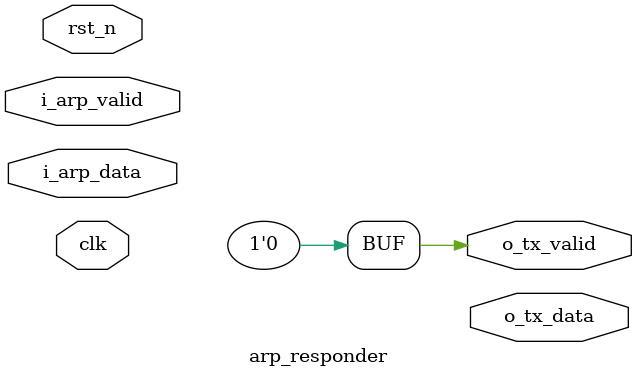
<source format=sv>
`timescale 1ns / 1ps

/**
 * 功能: 静态 ARP 应答器
 * 逻辑: 识别到 ARP Request 且目标 IP 匹配时，构造 ARP Reply。
 */
module arp_responder (
    input  logic        clk,
    input  logic        rst_n,
    input  logic [31:0] i_arp_data,
    input  logic        i_arp_valid,
    output logic [31:0] o_tx_data,
    output logic        o_tx_valid
);
    // 简化逻辑：此处作为 Task 8.3 的预留接口
    // 实际开发中会解析 i_arp_data 中的 Target IP
    // 如果匹配本网卡 IP，则拉高 o_tx_valid 发送硬编码的 MAC 地址
    assign o_tx_valid = 0; 
endmodule
</source>
